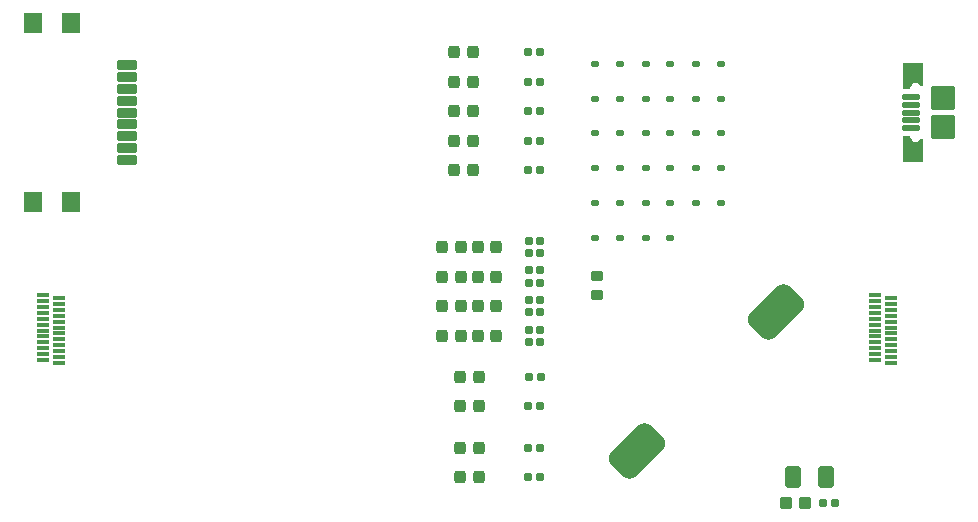
<source format=gbr>
%TF.GenerationSoftware,KiCad,Pcbnew,8.0.3*%
%TF.CreationDate,2024-07-18T08:38:12+12:00*%
%TF.ProjectId,USB Cable Tester,55534220-4361-4626-9c65-205465737465,rev?*%
%TF.SameCoordinates,Original*%
%TF.FileFunction,Paste,Top*%
%TF.FilePolarity,Positive*%
%FSLAX46Y46*%
G04 Gerber Fmt 4.6, Leading zero omitted, Abs format (unit mm)*
G04 Created by KiCad (PCBNEW 8.0.3) date 2024-07-18 08:38:12*
%MOMM*%
%LPD*%
G01*
G04 APERTURE LIST*
G04 Aperture macros list*
%AMRoundRect*
0 Rectangle with rounded corners*
0 $1 Rounding radius*
0 $2 $3 $4 $5 $6 $7 $8 $9 X,Y pos of 4 corners*
0 Add a 4 corners polygon primitive as box body*
4,1,4,$2,$3,$4,$5,$6,$7,$8,$9,$2,$3,0*
0 Add four circle primitives for the rounded corners*
1,1,$1+$1,$2,$3*
1,1,$1+$1,$4,$5*
1,1,$1+$1,$6,$7*
1,1,$1+$1,$8,$9*
0 Add four rect primitives between the rounded corners*
20,1,$1+$1,$2,$3,$4,$5,0*
20,1,$1+$1,$4,$5,$6,$7,0*
20,1,$1+$1,$6,$7,$8,$9,0*
20,1,$1+$1,$8,$9,$2,$3,0*%
%AMFreePoly0*
4,1,20,1.085355,0.835355,1.100000,0.800000,1.100000,0.350000,1.085355,0.314645,1.078673,0.309038,0.600000,-0.026033,0.600000,-0.379290,0.835355,-0.614645,0.850000,-0.650000,0.850000,-0.800000,0.835355,-0.835355,0.800000,-0.850000,-1.050000,-0.850000,-1.085355,-0.835355,-1.100000,-0.800000,-1.100000,0.800000,-1.085355,0.835355,-1.050000,0.850000,1.050000,0.850000,1.085355,0.835355,
1.085355,0.835355,$1*%
%AMFreePoly1*
4,1,20,1.085355,0.835355,1.100000,0.800000,1.100000,-0.800000,1.085355,-0.835355,1.050000,-0.850000,-0.800000,-0.850000,-0.835355,-0.835355,-0.850000,-0.800000,-0.850000,-0.650000,-0.835355,-0.614645,-0.600000,-0.379290,-0.600000,-0.026033,-1.078673,0.309038,-1.099239,0.341311,-1.100000,0.350000,-1.100000,0.800000,-1.085355,0.835355,-1.050000,0.850000,1.050000,0.850000,1.085355,0.835355,
1.085355,0.835355,$1*%
G04 Aperture macros list end*
%ADD10RoundRect,0.243750X-0.243750X-0.281250X0.243750X-0.281250X0.243750X0.281250X-0.243750X0.281250X0*%
%ADD11RoundRect,0.160000X-0.210000X0.160000X-0.210000X-0.160000X0.210000X-0.160000X0.210000X0.160000X0*%
%ADD12RoundRect,0.137500X0.212500X0.137500X-0.212500X0.137500X-0.212500X-0.137500X0.212500X-0.137500X0*%
%ADD13RoundRect,0.050000X-0.800000X0.350000X-0.800000X-0.350000X0.800000X-0.350000X0.800000X0.350000X0*%
%ADD14RoundRect,0.050000X-0.750000X0.800000X-0.750000X-0.800000X0.750000X-0.800000X0.750000X0.800000X0*%
%ADD15RoundRect,0.225000X-0.300000X0.225000X-0.300000X-0.225000X0.300000X-0.225000X0.300000X0.225000X0*%
%ADD16RoundRect,0.050000X-0.475006X0.150000X-0.475006X-0.150000X0.475006X-0.150000X0.475006X0.150000X0*%
%ADD17RoundRect,0.050000X0.675000X-0.200000X0.675000X0.200000X-0.675000X0.200000X-0.675000X-0.200000X0*%
%ADD18FreePoly0,90.000000*%
%ADD19RoundRect,0.050000X0.950000X-0.950000X0.950000X0.950000X-0.950000X0.950000X-0.950000X-0.950000X0*%
%ADD20FreePoly1,90.000000*%
%ADD21RoundRect,0.160000X0.160000X0.210000X-0.160000X0.210000X-0.160000X-0.210000X0.160000X-0.210000X0*%
%ADD22RoundRect,0.050000X0.475006X-0.150000X0.475006X0.150000X-0.475006X0.150000X-0.475006X-0.150000X0*%
%ADD23RoundRect,0.725000X0.636396X1.661701X-1.661701X-0.636396X-0.636396X-1.661701X1.661701X0.636396X0*%
%ADD24RoundRect,0.165789X-0.359211X-0.384211X0.359211X-0.384211X0.359211X0.384211X-0.359211X0.384211X0*%
%ADD25RoundRect,0.270000X0.405000X0.655000X-0.405000X0.655000X-0.405000X-0.655000X0.405000X-0.655000X0*%
G04 APERTURE END LIST*
D10*
%TO.C,D3*%
X43405600Y-37218600D03*
X44980600Y-37218600D03*
%TD*%
%TO.C,D4*%
X41405600Y-13218600D03*
X42980600Y-13218600D03*
%TD*%
D11*
%TO.C,R2*%
X47703100Y-31708600D03*
X47703100Y-32728600D03*
%TD*%
D12*
%TO.C,D1*%
X64000000Y-14200000D03*
X61900000Y-14200000D03*
%TD*%
%TO.C,D6*%
X55410000Y-28950000D03*
X53310000Y-28950000D03*
%TD*%
D11*
%TO.C,R3*%
X48703100Y-36708600D03*
X48703100Y-37728600D03*
%TD*%
D12*
%TO.C,D7*%
X64000000Y-17150000D03*
X61900000Y-17150000D03*
%TD*%
D13*
%TO.C,J1*%
X13674981Y-15333300D03*
X13674981Y-17333300D03*
X13674981Y-19333300D03*
X13674981Y-21333300D03*
X13674981Y-22333300D03*
X13674981Y-20333300D03*
X13674981Y-18333300D03*
X13674981Y-16333300D03*
X13674981Y-14333300D03*
D14*
X8924917Y-10733351D03*
X5725019Y-10733351D03*
X8924917Y-25933249D03*
X5725019Y-25933249D03*
%TD*%
D12*
%TO.C,D9*%
X64000000Y-20100000D03*
X61900000Y-20100000D03*
%TD*%
D11*
%TO.C,R5*%
X48703100Y-34208600D03*
X48703100Y-35228600D03*
%TD*%
D10*
%TO.C,D33*%
X41905600Y-40718600D03*
X43480600Y-40718600D03*
%TD*%
D15*
%TO.C,C1*%
X53500000Y-32175000D03*
X53500000Y-33825000D03*
%TD*%
D10*
%TO.C,D10*%
X43405600Y-32218600D03*
X44980600Y-32218600D03*
%TD*%
D16*
%TO.C,J2*%
X7976011Y-34041859D03*
X7976011Y-34541732D03*
X7976011Y-35041859D03*
X7976011Y-35541732D03*
X7976011Y-36041605D03*
X7976011Y-36541732D03*
X7976011Y-37041605D03*
X7976011Y-37541732D03*
X7976011Y-38041605D03*
X7976011Y-38541732D03*
X7976011Y-39041605D03*
X7976011Y-39541732D03*
X6576214Y-39291795D03*
X6576214Y-38791668D03*
X6576214Y-38291795D03*
X6576214Y-37791668D03*
X6576214Y-37291795D03*
X6576214Y-36791668D03*
X6576214Y-36291541D03*
X6576214Y-35791668D03*
X6576214Y-35291795D03*
X6576214Y-34791668D03*
X6576214Y-34291795D03*
X6576214Y-33791668D03*
%TD*%
D10*
%TO.C,D11*%
X40405600Y-32218600D03*
X41980600Y-32218600D03*
%TD*%
D12*
%TO.C,D12*%
X59705000Y-23050000D03*
X57605000Y-23050000D03*
%TD*%
D17*
%TO.C,J3*%
X80125000Y-19633300D03*
X80125000Y-18983300D03*
X80125000Y-18333300D03*
X80125000Y-17683300D03*
X80125000Y-17033300D03*
D18*
X80250000Y-21433300D03*
D19*
X82800000Y-19533300D03*
X82800000Y-17133300D03*
D20*
X80250000Y-15233300D03*
%TD*%
D10*
%TO.C,D31*%
X41905600Y-46718600D03*
X43480600Y-46718600D03*
%TD*%
%TO.C,D32*%
X41905600Y-43218600D03*
X43480600Y-43218600D03*
%TD*%
D12*
%TO.C,D15*%
X55410000Y-23050000D03*
X53310000Y-23050000D03*
%TD*%
D21*
%TO.C,R17*%
X48723100Y-40718600D03*
X47703100Y-40718600D03*
%TD*%
D11*
%TO.C,R7*%
X47703100Y-29208600D03*
X47703100Y-30228600D03*
%TD*%
D21*
%TO.C,R8*%
X48703100Y-18218600D03*
X47683100Y-18218600D03*
%TD*%
D10*
%TO.C,D16*%
X41405600Y-18218600D03*
X42980600Y-18218600D03*
%TD*%
D22*
%TO.C,J4*%
X77023989Y-39291541D03*
X77023989Y-38791668D03*
X77023989Y-38291541D03*
X77023989Y-37791668D03*
X77023989Y-37291795D03*
X77023989Y-36791668D03*
X77023989Y-36291795D03*
X77023989Y-35791668D03*
X77023989Y-35291795D03*
X77023989Y-34791668D03*
X77023989Y-34291795D03*
X77023989Y-33791668D03*
X78423786Y-34041605D03*
X78423786Y-34541732D03*
X78423786Y-35041605D03*
X78423786Y-35541732D03*
X78423786Y-36041605D03*
X78423786Y-36541732D03*
X78423786Y-37041859D03*
X78423786Y-37541732D03*
X78423786Y-38041605D03*
X78423786Y-38541732D03*
X78423786Y-39041605D03*
X78423786Y-39541732D03*
%TD*%
D12*
%TO.C,D17*%
X59705000Y-26000000D03*
X57605000Y-26000000D03*
%TD*%
D10*
%TO.C,D34*%
X41905600Y-49218600D03*
X43480600Y-49218600D03*
%TD*%
%TO.C,D18*%
X41405600Y-23218600D03*
X42980600Y-23218600D03*
%TD*%
D23*
%TO.C,B1*%
X56927031Y-46972969D03*
X68664969Y-35235031D03*
%TD*%
D11*
%TO.C,R9*%
X48703100Y-31708600D03*
X48703100Y-32728600D03*
%TD*%
%TO.C,R10*%
X47703100Y-36708600D03*
X47703100Y-37728600D03*
%TD*%
D12*
%TO.C,D5*%
X59705000Y-28950000D03*
X57605000Y-28950000D03*
%TD*%
D24*
%TO.C,LED1*%
X71100000Y-51400000D03*
X69500000Y-51400000D03*
%TD*%
D12*
%TO.C,D19*%
X64000000Y-26000000D03*
X61900000Y-26000000D03*
%TD*%
%TO.C,D20*%
X59705000Y-20100000D03*
X57605000Y-20100000D03*
%TD*%
D25*
%TO.C,F1*%
X72900000Y-49200000D03*
X70100000Y-49200000D03*
%TD*%
D21*
%TO.C,R15*%
X48703100Y-46718600D03*
X47683100Y-46718600D03*
%TD*%
%TO.C,R12*%
X48713100Y-20718600D03*
X47693100Y-20718600D03*
%TD*%
D12*
%TO.C,D21*%
X59705000Y-14200000D03*
X57605000Y-14200000D03*
%TD*%
D21*
%TO.C,R13*%
X48713100Y-23218600D03*
X47693100Y-23218600D03*
%TD*%
D12*
%TO.C,D22*%
X59705000Y-17150000D03*
X57605000Y-17150000D03*
%TD*%
D10*
%TO.C,D23*%
X40405599Y-29718600D03*
X41980601Y-29718600D03*
%TD*%
D12*
%TO.C,D24*%
X55410000Y-17150000D03*
X53310000Y-17150000D03*
%TD*%
%TO.C,D25*%
X55410000Y-14200000D03*
X53310000Y-14200000D03*
%TD*%
%TO.C,D26*%
X64000000Y-23050000D03*
X61900000Y-23050000D03*
%TD*%
D10*
%TO.C,D27*%
X41405600Y-15718600D03*
X42980600Y-15718600D03*
%TD*%
D12*
%TO.C,D28*%
X55410000Y-20100000D03*
X53310000Y-20100000D03*
%TD*%
%TO.C,D29*%
X55410000Y-26000000D03*
X53310000Y-26000000D03*
%TD*%
D10*
%TO.C,D30*%
X43405600Y-29718600D03*
X44980600Y-29718600D03*
%TD*%
D21*
%TO.C,R1*%
X48713100Y-15718600D03*
X47693100Y-15718600D03*
%TD*%
%TO.C,R16*%
X48713100Y-49218600D03*
X47693100Y-49218600D03*
%TD*%
D10*
%TO.C,D2*%
X40405600Y-37218600D03*
X41980600Y-37218600D03*
%TD*%
D21*
%TO.C,R18*%
X73680000Y-51380000D03*
X72660000Y-51380000D03*
%TD*%
%TO.C,R14*%
X48713100Y-43218600D03*
X47693100Y-43218600D03*
%TD*%
D10*
%TO.C,D8*%
X40405600Y-34718600D03*
X41980600Y-34718600D03*
%TD*%
D11*
%TO.C,R11*%
X47703100Y-34208600D03*
X47703100Y-35228600D03*
%TD*%
D21*
%TO.C,R4*%
X48713100Y-13218600D03*
X47693100Y-13218600D03*
%TD*%
D11*
%TO.C,R6*%
X48703100Y-29208600D03*
X48703100Y-30228600D03*
%TD*%
D10*
%TO.C,D13*%
X43405600Y-34718600D03*
X44980600Y-34718600D03*
%TD*%
%TO.C,D14*%
X41405600Y-20718600D03*
X42980600Y-20718600D03*
%TD*%
M02*

</source>
